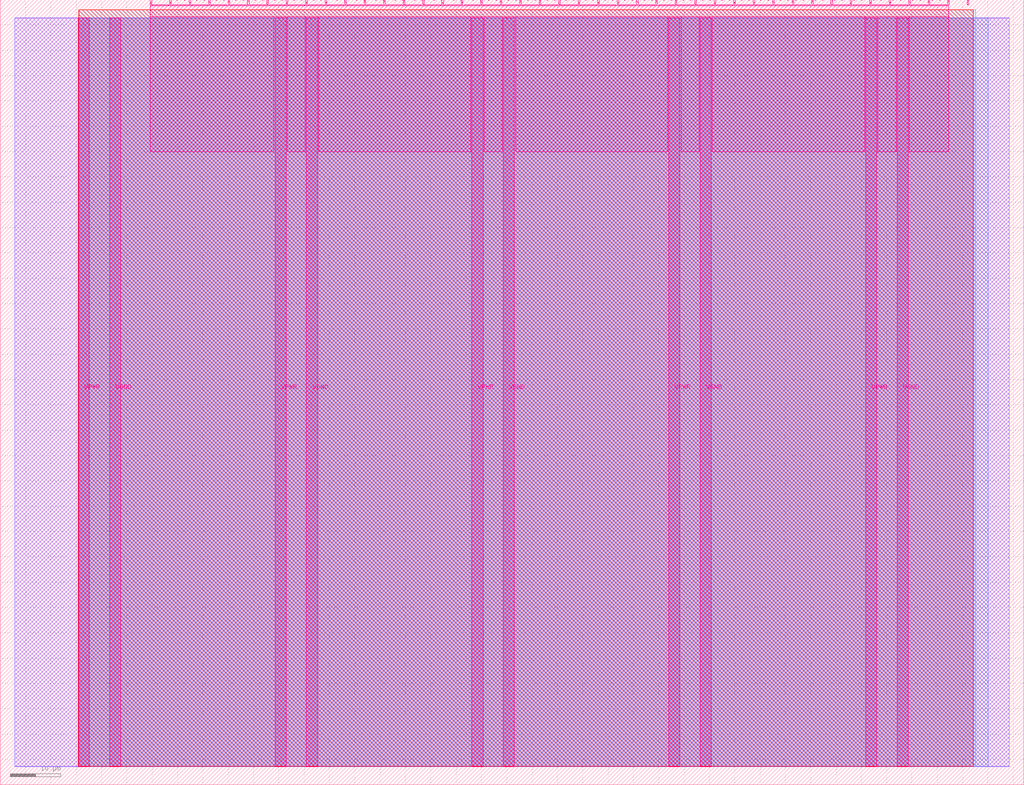
<source format=lef>
VERSION 5.7 ;
  NOWIREEXTENSIONATPIN ON ;
  DIVIDERCHAR "/" ;
  BUSBITCHARS "[]" ;
MACRO tt_um_samkho_two_channel_square_wave_generator
  CLASS BLOCK ;
  FOREIGN tt_um_samkho_two_channel_square_wave_generator ;
  ORIGIN 0.000 0.000 ;
  SIZE 202.080 BY 154.980 ;
  PIN VGND
    DIRECTION INOUT ;
    USE GROUND ;
    PORT
      LAYER Metal5 ;
        RECT 21.580 3.560 23.780 151.420 ;
    END
    PORT
      LAYER Metal5 ;
        RECT 60.450 3.560 62.650 151.420 ;
    END
    PORT
      LAYER Metal5 ;
        RECT 99.320 3.560 101.520 151.420 ;
    END
    PORT
      LAYER Metal5 ;
        RECT 138.190 3.560 140.390 151.420 ;
    END
    PORT
      LAYER Metal5 ;
        RECT 177.060 3.560 179.260 151.420 ;
    END
  END VGND
  PIN VPWR
    DIRECTION INOUT ;
    USE POWER ;
    PORT
      LAYER Metal5 ;
        RECT 15.380 3.560 17.580 151.420 ;
    END
    PORT
      LAYER Metal5 ;
        RECT 54.250 3.560 56.450 151.420 ;
    END
    PORT
      LAYER Metal5 ;
        RECT 93.120 3.560 95.320 151.420 ;
    END
    PORT
      LAYER Metal5 ;
        RECT 131.990 3.560 134.190 151.420 ;
    END
    PORT
      LAYER Metal5 ;
        RECT 170.860 3.560 173.060 151.420 ;
    END
  END VPWR
  PIN clk
    DIRECTION INPUT ;
    USE SIGNAL ;
    ANTENNAGATEAREA 0.213200 ;
    PORT
      LAYER Metal5 ;
        RECT 187.050 153.980 187.350 154.980 ;
    END
  END clk
  PIN ena
    DIRECTION INPUT ;
    USE SIGNAL ;
    PORT
      LAYER Metal5 ;
        RECT 190.890 153.980 191.190 154.980 ;
    END
  END ena
  PIN rst_n
    DIRECTION INPUT ;
    USE SIGNAL ;
    ANTENNAGATEAREA 0.426400 ;
    PORT
      LAYER Metal5 ;
        RECT 183.210 153.980 183.510 154.980 ;
    END
  END rst_n
  PIN ui_in[0]
    DIRECTION INPUT ;
    USE SIGNAL ;
    ANTENNAGATEAREA 0.180700 ;
    PORT
      LAYER Metal5 ;
        RECT 179.370 153.980 179.670 154.980 ;
    END
  END ui_in[0]
  PIN ui_in[1]
    DIRECTION INPUT ;
    USE SIGNAL ;
    ANTENNAGATEAREA 0.180700 ;
    PORT
      LAYER Metal5 ;
        RECT 175.530 153.980 175.830 154.980 ;
    END
  END ui_in[1]
  PIN ui_in[2]
    DIRECTION INPUT ;
    USE SIGNAL ;
    ANTENNAGATEAREA 0.180700 ;
    PORT
      LAYER Metal5 ;
        RECT 171.690 153.980 171.990 154.980 ;
    END
  END ui_in[2]
  PIN ui_in[3]
    DIRECTION INPUT ;
    USE SIGNAL ;
    ANTENNAGATEAREA 0.180700 ;
    PORT
      LAYER Metal5 ;
        RECT 167.850 153.980 168.150 154.980 ;
    END
  END ui_in[3]
  PIN ui_in[4]
    DIRECTION INPUT ;
    USE SIGNAL ;
    ANTENNAGATEAREA 0.180700 ;
    PORT
      LAYER Metal5 ;
        RECT 164.010 153.980 164.310 154.980 ;
    END
  END ui_in[4]
  PIN ui_in[5]
    DIRECTION INPUT ;
    USE SIGNAL ;
    ANTENNAGATEAREA 0.180700 ;
    PORT
      LAYER Metal5 ;
        RECT 160.170 153.980 160.470 154.980 ;
    END
  END ui_in[5]
  PIN ui_in[6]
    DIRECTION INPUT ;
    USE SIGNAL ;
    ANTENNAGATEAREA 0.180700 ;
    PORT
      LAYER Metal5 ;
        RECT 156.330 153.980 156.630 154.980 ;
    END
  END ui_in[6]
  PIN ui_in[7]
    DIRECTION INPUT ;
    USE SIGNAL ;
    ANTENNAGATEAREA 0.180700 ;
    PORT
      LAYER Metal5 ;
        RECT 152.490 153.980 152.790 154.980 ;
    END
  END ui_in[7]
  PIN uio_in[0]
    DIRECTION INPUT ;
    USE SIGNAL ;
    ANTENNAGATEAREA 0.180700 ;
    PORT
      LAYER Metal5 ;
        RECT 148.650 153.980 148.950 154.980 ;
    END
  END uio_in[0]
  PIN uio_in[1]
    DIRECTION INPUT ;
    USE SIGNAL ;
    ANTENNAGATEAREA 0.180700 ;
    PORT
      LAYER Metal5 ;
        RECT 144.810 153.980 145.110 154.980 ;
    END
  END uio_in[1]
  PIN uio_in[2]
    DIRECTION INPUT ;
    USE SIGNAL ;
    ANTENNAGATEAREA 0.180700 ;
    PORT
      LAYER Metal5 ;
        RECT 140.970 153.980 141.270 154.980 ;
    END
  END uio_in[2]
  PIN uio_in[3]
    DIRECTION INPUT ;
    USE SIGNAL ;
    ANTENNAGATEAREA 0.180700 ;
    PORT
      LAYER Metal5 ;
        RECT 137.130 153.980 137.430 154.980 ;
    END
  END uio_in[3]
  PIN uio_in[4]
    DIRECTION INPUT ;
    USE SIGNAL ;
    ANTENNAGATEAREA 0.180700 ;
    PORT
      LAYER Metal5 ;
        RECT 133.290 153.980 133.590 154.980 ;
    END
  END uio_in[4]
  PIN uio_in[5]
    DIRECTION INPUT ;
    USE SIGNAL ;
    ANTENNAGATEAREA 0.180700 ;
    PORT
      LAYER Metal5 ;
        RECT 129.450 153.980 129.750 154.980 ;
    END
  END uio_in[5]
  PIN uio_in[6]
    DIRECTION INPUT ;
    USE SIGNAL ;
    ANTENNAGATEAREA 0.180700 ;
    PORT
      LAYER Metal5 ;
        RECT 125.610 153.980 125.910 154.980 ;
    END
  END uio_in[6]
  PIN uio_in[7]
    DIRECTION INPUT ;
    USE SIGNAL ;
    ANTENNAGATEAREA 0.180700 ;
    PORT
      LAYER Metal5 ;
        RECT 121.770 153.980 122.070 154.980 ;
    END
  END uio_in[7]
  PIN uio_oe[0]
    DIRECTION OUTPUT ;
    USE SIGNAL ;
    ANTENNADIFFAREA 0.299200 ;
    PORT
      LAYER Metal5 ;
        RECT 56.490 153.980 56.790 154.980 ;
    END
  END uio_oe[0]
  PIN uio_oe[1]
    DIRECTION OUTPUT ;
    USE SIGNAL ;
    ANTENNADIFFAREA 0.299200 ;
    PORT
      LAYER Metal5 ;
        RECT 52.650 153.980 52.950 154.980 ;
    END
  END uio_oe[1]
  PIN uio_oe[2]
    DIRECTION OUTPUT ;
    USE SIGNAL ;
    ANTENNADIFFAREA 0.299200 ;
    PORT
      LAYER Metal5 ;
        RECT 48.810 153.980 49.110 154.980 ;
    END
  END uio_oe[2]
  PIN uio_oe[3]
    DIRECTION OUTPUT ;
    USE SIGNAL ;
    ANTENNADIFFAREA 0.299200 ;
    PORT
      LAYER Metal5 ;
        RECT 44.970 153.980 45.270 154.980 ;
    END
  END uio_oe[3]
  PIN uio_oe[4]
    DIRECTION OUTPUT ;
    USE SIGNAL ;
    ANTENNADIFFAREA 0.299200 ;
    PORT
      LAYER Metal5 ;
        RECT 41.130 153.980 41.430 154.980 ;
    END
  END uio_oe[4]
  PIN uio_oe[5]
    DIRECTION OUTPUT ;
    USE SIGNAL ;
    ANTENNADIFFAREA 0.299200 ;
    PORT
      LAYER Metal5 ;
        RECT 37.290 153.980 37.590 154.980 ;
    END
  END uio_oe[5]
  PIN uio_oe[6]
    DIRECTION OUTPUT ;
    USE SIGNAL ;
    ANTENNADIFFAREA 0.299200 ;
    PORT
      LAYER Metal5 ;
        RECT 33.450 153.980 33.750 154.980 ;
    END
  END uio_oe[6]
  PIN uio_oe[7]
    DIRECTION OUTPUT ;
    USE SIGNAL ;
    ANTENNADIFFAREA 0.299200 ;
    PORT
      LAYER Metal5 ;
        RECT 29.610 153.980 29.910 154.980 ;
    END
  END uio_oe[7]
  PIN uio_out[0]
    DIRECTION OUTPUT ;
    USE SIGNAL ;
    ANTENNADIFFAREA 0.299200 ;
    PORT
      LAYER Metal5 ;
        RECT 87.210 153.980 87.510 154.980 ;
    END
  END uio_out[0]
  PIN uio_out[1]
    DIRECTION OUTPUT ;
    USE SIGNAL ;
    ANTENNADIFFAREA 0.299200 ;
    PORT
      LAYER Metal5 ;
        RECT 83.370 153.980 83.670 154.980 ;
    END
  END uio_out[1]
  PIN uio_out[2]
    DIRECTION OUTPUT ;
    USE SIGNAL ;
    ANTENNADIFFAREA 0.299200 ;
    PORT
      LAYER Metal5 ;
        RECT 79.530 153.980 79.830 154.980 ;
    END
  END uio_out[2]
  PIN uio_out[3]
    DIRECTION OUTPUT ;
    USE SIGNAL ;
    ANTENNADIFFAREA 0.299200 ;
    PORT
      LAYER Metal5 ;
        RECT 75.690 153.980 75.990 154.980 ;
    END
  END uio_out[3]
  PIN uio_out[4]
    DIRECTION OUTPUT ;
    USE SIGNAL ;
    ANTENNADIFFAREA 0.299200 ;
    PORT
      LAYER Metal5 ;
        RECT 71.850 153.980 72.150 154.980 ;
    END
  END uio_out[4]
  PIN uio_out[5]
    DIRECTION OUTPUT ;
    USE SIGNAL ;
    ANTENNADIFFAREA 0.299200 ;
    PORT
      LAYER Metal5 ;
        RECT 68.010 153.980 68.310 154.980 ;
    END
  END uio_out[5]
  PIN uio_out[6]
    DIRECTION OUTPUT ;
    USE SIGNAL ;
    ANTENNADIFFAREA 0.299200 ;
    PORT
      LAYER Metal5 ;
        RECT 64.170 153.980 64.470 154.980 ;
    END
  END uio_out[6]
  PIN uio_out[7]
    DIRECTION OUTPUT ;
    USE SIGNAL ;
    ANTENNADIFFAREA 0.299200 ;
    PORT
      LAYER Metal5 ;
        RECT 60.330 153.980 60.630 154.980 ;
    END
  END uio_out[7]
  PIN uo_out[0]
    DIRECTION OUTPUT ;
    USE SIGNAL ;
    ANTENNADIFFAREA 0.654800 ;
    PORT
      LAYER Metal5 ;
        RECT 117.930 153.980 118.230 154.980 ;
    END
  END uo_out[0]
  PIN uo_out[1]
    DIRECTION OUTPUT ;
    USE SIGNAL ;
    ANTENNADIFFAREA 0.654800 ;
    PORT
      LAYER Metal5 ;
        RECT 114.090 153.980 114.390 154.980 ;
    END
  END uo_out[1]
  PIN uo_out[2]
    DIRECTION OUTPUT ;
    USE SIGNAL ;
    ANTENNADIFFAREA 0.632400 ;
    PORT
      LAYER Metal5 ;
        RECT 110.250 153.980 110.550 154.980 ;
    END
  END uo_out[2]
  PIN uo_out[3]
    DIRECTION OUTPUT ;
    USE SIGNAL ;
    ANTENNADIFFAREA 0.632400 ;
    PORT
      LAYER Metal5 ;
        RECT 106.410 153.980 106.710 154.980 ;
    END
  END uo_out[3]
  PIN uo_out[4]
    DIRECTION OUTPUT ;
    USE SIGNAL ;
    ANTENNADIFFAREA 0.299200 ;
    PORT
      LAYER Metal5 ;
        RECT 102.570 153.980 102.870 154.980 ;
    END
  END uo_out[4]
  PIN uo_out[5]
    DIRECTION OUTPUT ;
    USE SIGNAL ;
    ANTENNADIFFAREA 0.299200 ;
    PORT
      LAYER Metal5 ;
        RECT 98.730 153.980 99.030 154.980 ;
    END
  END uo_out[5]
  PIN uo_out[6]
    DIRECTION OUTPUT ;
    USE SIGNAL ;
    ANTENNADIFFAREA 0.299200 ;
    PORT
      LAYER Metal5 ;
        RECT 94.890 153.980 95.190 154.980 ;
    END
  END uo_out[6]
  PIN uo_out[7]
    DIRECTION OUTPUT ;
    USE SIGNAL ;
    ANTENNADIFFAREA 0.299200 ;
    PORT
      LAYER Metal5 ;
        RECT 91.050 153.980 91.350 154.980 ;
    END
  END uo_out[7]
  OBS
      LAYER GatPoly ;
        RECT 2.880 3.630 199.200 151.350 ;
      LAYER Metal1 ;
        RECT 2.880 3.560 199.200 151.420 ;
      LAYER Metal2 ;
        RECT 15.515 3.680 195.025 151.300 ;
      LAYER Metal3 ;
        RECT 15.560 3.635 192.580 153.025 ;
      LAYER Metal4 ;
        RECT 15.515 3.680 192.145 152.980 ;
      LAYER Metal5 ;
        RECT 30.120 153.770 33.240 153.980 ;
        RECT 33.960 153.770 37.080 153.980 ;
        RECT 37.800 153.770 40.920 153.980 ;
        RECT 41.640 153.770 44.760 153.980 ;
        RECT 45.480 153.770 48.600 153.980 ;
        RECT 49.320 153.770 52.440 153.980 ;
        RECT 53.160 153.770 56.280 153.980 ;
        RECT 57.000 153.770 60.120 153.980 ;
        RECT 60.840 153.770 63.960 153.980 ;
        RECT 64.680 153.770 67.800 153.980 ;
        RECT 68.520 153.770 71.640 153.980 ;
        RECT 72.360 153.770 75.480 153.980 ;
        RECT 76.200 153.770 79.320 153.980 ;
        RECT 80.040 153.770 83.160 153.980 ;
        RECT 83.880 153.770 87.000 153.980 ;
        RECT 87.720 153.770 90.840 153.980 ;
        RECT 91.560 153.770 94.680 153.980 ;
        RECT 95.400 153.770 98.520 153.980 ;
        RECT 99.240 153.770 102.360 153.980 ;
        RECT 103.080 153.770 106.200 153.980 ;
        RECT 106.920 153.770 110.040 153.980 ;
        RECT 110.760 153.770 113.880 153.980 ;
        RECT 114.600 153.770 117.720 153.980 ;
        RECT 118.440 153.770 121.560 153.980 ;
        RECT 122.280 153.770 125.400 153.980 ;
        RECT 126.120 153.770 129.240 153.980 ;
        RECT 129.960 153.770 133.080 153.980 ;
        RECT 133.800 153.770 136.920 153.980 ;
        RECT 137.640 153.770 140.760 153.980 ;
        RECT 141.480 153.770 144.600 153.980 ;
        RECT 145.320 153.770 148.440 153.980 ;
        RECT 149.160 153.770 152.280 153.980 ;
        RECT 153.000 153.770 156.120 153.980 ;
        RECT 156.840 153.770 159.960 153.980 ;
        RECT 160.680 153.770 163.800 153.980 ;
        RECT 164.520 153.770 167.640 153.980 ;
        RECT 168.360 153.770 171.480 153.980 ;
        RECT 172.200 153.770 175.320 153.980 ;
        RECT 176.040 153.770 179.160 153.980 ;
        RECT 179.880 153.770 183.000 153.980 ;
        RECT 183.720 153.770 186.840 153.980 ;
        RECT 29.660 151.630 187.300 153.770 ;
        RECT 29.660 125.015 54.040 151.630 ;
        RECT 56.660 125.015 60.240 151.630 ;
        RECT 62.860 125.015 92.910 151.630 ;
        RECT 95.530 125.015 99.110 151.630 ;
        RECT 101.730 125.015 131.780 151.630 ;
        RECT 134.400 125.015 137.980 151.630 ;
        RECT 140.600 125.015 170.650 151.630 ;
        RECT 173.270 125.015 176.850 151.630 ;
        RECT 179.470 125.015 187.300 151.630 ;
  END
END tt_um_samkho_two_channel_square_wave_generator
END LIBRARY


</source>
